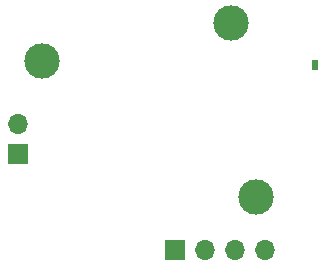
<source format=gbr>
%TF.GenerationSoftware,KiCad,Pcbnew,9.0.0*%
%TF.CreationDate,2025-03-07T11:03:18+01:00*%
%TF.ProjectId,PCB_rigide,5043425f-7269-4676-9964-652e6b696361,rev?*%
%TF.SameCoordinates,Original*%
%TF.FileFunction,Copper,L2,Bot*%
%TF.FilePolarity,Positive*%
%FSLAX46Y46*%
G04 Gerber Fmt 4.6, Leading zero omitted, Abs format (unit mm)*
G04 Created by KiCad (PCBNEW 9.0.0) date 2025-03-07 11:03:18*
%MOMM*%
%LPD*%
G01*
G04 APERTURE LIST*
%TA.AperFunction,ComponentPad*%
%ADD10C,3.000000*%
%TD*%
%TA.AperFunction,ComponentPad*%
%ADD11R,0.500000X0.900000*%
%TD*%
%TA.AperFunction,ComponentPad*%
%ADD12O,1.700000X1.700000*%
%TD*%
%TA.AperFunction,ComponentPad*%
%ADD13R,1.700000X1.700000*%
%TD*%
G04 APERTURE END LIST*
D10*
%TO.P,J3,1,Pin_1*%
%TO.N,XO_N*%
X83693000Y-35433000D03*
%TD*%
D11*
%TO.P,AE1,2*%
%TO.N,GND*%
X106807000Y-35814000D03*
%TD*%
D12*
%TO.P,J2,4,Pin_4*%
%TO.N,GND*%
X102616000Y-51409600D03*
%TO.P,J2,3,Pin_3*%
%TO.N,UART_TX*%
X100076000Y-51409600D03*
%TO.P,J2,2,Pin_2*%
%TO.N,UART_RX*%
X97536000Y-51409600D03*
D13*
%TO.P,J2,1,Pin_1*%
%TO.N,VCC*%
X94996000Y-51409600D03*
%TD*%
%TO.P,J1,1,Pin_1*%
%TO.N,VCC*%
X81661000Y-43307000D03*
D12*
%TO.P,J1,2,Pin_2*%
%TO.N,GND*%
X81661000Y-40767000D03*
%TD*%
D10*
%TO.P,J5,1,Pin_1*%
%TO.N,I2C_SDA*%
X99695000Y-32258000D03*
%TD*%
%TO.P,J4,1,Pin_1*%
%TO.N,I2C_SCL*%
X101854000Y-46990000D03*
%TD*%
M02*

</source>
